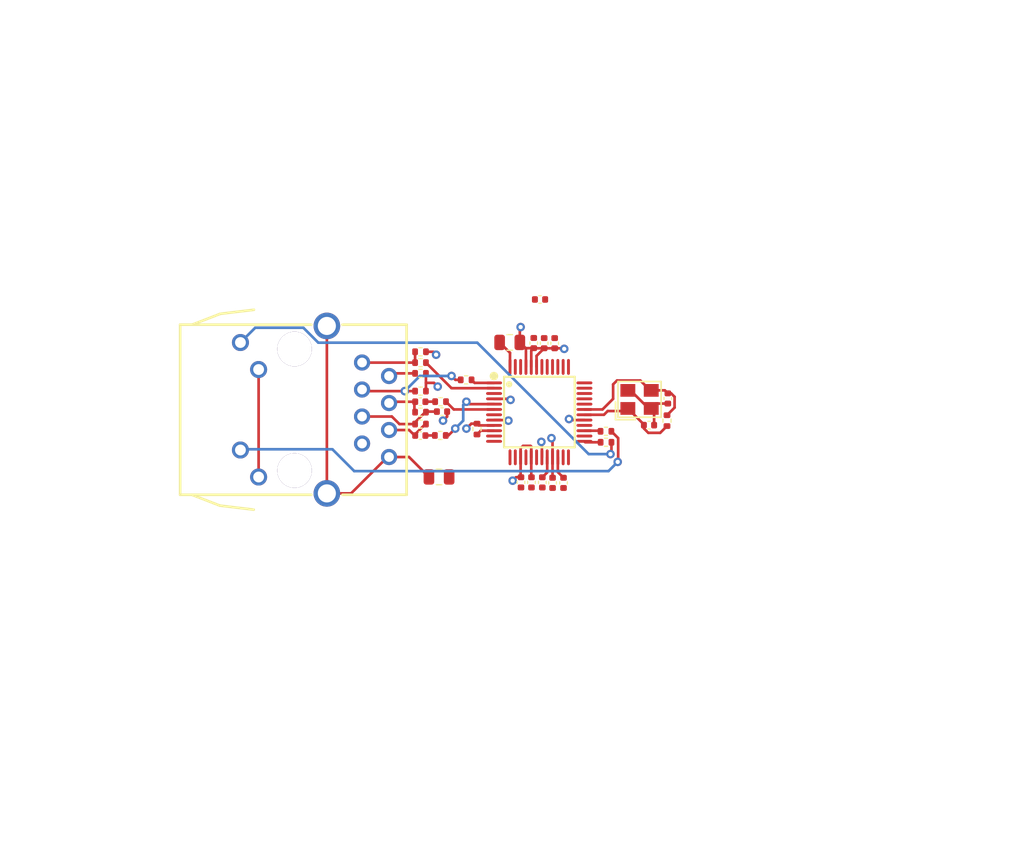
<source format=kicad_pcb>
(kicad_pcb (version 20240108) (generator "pcbnew") (generator_version "8.0")
  (layers (0 "F.Cu" signal) (31 "B.Cu" signal) (34 "B.Paste" user) (35 "F.Paste" user) (36 "B.SilkS" user "B.Silkscreen") (37 "F.SilkS" user "F.Silkscreen") (38 "B.Mask" user) (39 "F.Mask" user) (44 "Edge.Cuts" user))
  (net 0 "")
  (net 1 "tct")
  (net 2 "lled_minus")
  (net 3 "vcc")
  (net 4 "rd_plus")
  (net 5 "rd_minus")
  (net 6 "cgnd")
  (net 7 "td_plus")
  (net 8 "td_minus")
  (net 9 "rct")
  (net 10 "rled_minus")
  (net 11 "linkled")
  (net 12 "actled")
  (net 13 "txp")
  (net 14 "txn")
  (net 15 "rx_minus_damping-vcc")
  (net 16 "rxn")
  (net 17 "rx_plus_damping-vcc")
  (net 18 "rxp")
  (net 19 "exres1")
  (net 20 "gnd-1")
  (net 21 "xi_slash_clkin")
  (net 22 "xo")
  (net 23 "mosi")
  (net 24 "cs")
  (net 25 "sck")
  (net 26 "nc")
  (net 27 "rsvd")
  (net 28 "_1v2o")
  (net 29 "miso")
  (net 30 "tocap")
  (net 31 "dupled")
  (net 32 "interrupt")
  (net 33 "dnc")
  (net 34 "vbg")
  (net 35 "reset")
  (net 36 "spdled")
  (net 37 "oscillator-gnd")
  (footprint "lib:C0402" (layer "F.Cu") (at 101.563575 69.755 180)
    (property "Reference" "C3" (hide yes))
    (property "Value" "50V 6.8nF X7R ±10% 0402 Multilayer Ceramic Capacitors MLCC - SMD/SMT ROHS")
    (fp_line (start -0.107836 0.36) (end 0.107836 0.36) (stroke (width 0.12)) (layer "F.SilkS"))
    (fp_line (start -0.107836 -0.36) (end 0.107836 -0.36) (stroke (width 0.12)) (layer "F.SilkS"))
    (pad "1" smd roundrect (at -0.48 0 180) (size 0.56 0.62) (layers "F.Cu" "F.Paste" "F.Mask") (net 15 "rx_minus_damping-vcc"))
    (pad "2" smd roundrect (at 0.48 0 180) (size 0.56 0.62) (layers "F.Cu" "F.Paste" "F.Mask") (net 5 "rd_minus"))
  )
  (footprint "lib:R0402" (layer "F.Cu") (at 101.583575 65.575 180)
    (property "Reference" "R6" (hide yes))
    (property "Value" "62.5mW Thick Film Resistors 50V ±100ppm/℃ ±1% 49.9Ω 0402 Chip Resistor - Surface Mount ROHS")
    (fp_line (start -0.153641 0.38) (end 0.153641 0.38) (stroke (width 0.12)) (layer "F.SilkS"))
    (fp_line (start -0.153641 -0.38) (end 0.153641 -0.38) (stroke (width 0.12)) (layer "F.SilkS"))
    (pad "1" smd roundrect (at -0.51 0 180) (size 0.54 0.64) (layers "F.Cu" "F.Paste" "F.Mask") (net 3 "vcc"))
    (pad "2" smd roundrect (at 0.51 0 180) (size 0.54 0.64) (layers "F.Cu" "F.Paste" "F.Mask") (net 8 "td_minus"))
  )
  (footprint "lib:C0402" (layer "F.Cu") (at 114.201634 61.067987 90)
    (property "Reference" "C11" (hide yes))
    (property "Value" "16V 100nF X7R ±10% 0402 Multilayer Ceramic Capacitors MLCC - SMD/SMT ROHS")
    (fp_line (start -0.107836 -0.36) (end 0.107836 -0.36) (stroke (width 0.12)) (layer "F.SilkS"))
    (fp_line (start -0.107836 0.36) (end 0.107836 0.36) (stroke (width 0.12)) (layer "F.SilkS"))
    (pad "1" smd roundrect (at -0.48 0 90) (size 0.56 0.62) (layers "F.Cu" "F.Paste" "F.Mask") (net 3 "vcc"))
    (pad "2" smd roundrect (at 0.48 0 90) (size 0.56 0.62) (layers "F.Cu" "F.Paste" "F.Mask") (net 20 "gnd-1"))
  )
  (footprint "lib:R0402" (layer "F.Cu") (at 101.583575 62.895 180)
    (property "Reference" "R3" (hide yes))
    (property "Value" "62.5mW Thick Film Resistors 50V ±100ppm/℃ ±1% 33Ω 0402 Chip Resistor - Surface Mount ROHS")
    (fp_line (start -0.153641 0.38) (end 0.153641 0.38) (stroke (width 0.12)) (layer "F.SilkS"))
    (fp_line (start -0.153641 -0.38) (end 0.153641 -0.38) (stroke (width 0.12)) (layer "F.SilkS"))
    (pad "1" smd roundrect (at -0.51 0 180) (size 0.54 0.64) (layers "F.Cu" "F.Paste" "F.Mask") (net 13 "txp"))
    (pad "2" smd roundrect (at 0.51 0 180) (size 0.54 0.64) (layers "F.Cu" "F.Paste" "F.Mask") (net 7 "td_plus"))
  )
  (footprint "lib:LQFP-48_L7.0-W7.0-P0.50-LS9.0-BL" (layer "F.Cu") (at 112.75 67.55 -90)
    (property "Reference" "U1" (hide yes))
    (property "Value" "?")
    (fp_line (start -3.32 3.31) (end -3.32 -3.34) (stroke (width 0.2)) (layer "F.SilkS"))
    (fp_line (start 3.31 3.31) (end -3.32 3.31) (stroke (width 0.2)) (layer "F.SilkS"))
    (fp_line (start -3.32 -3.34) (end -2.56 -3.34) (stroke (width 0.2)) (layer "F.SilkS"))
    (fp_line (start -2.89 -3.34) (end 3.31 -3.34) (stroke (width 0.2)) (layer "F.SilkS"))
    (fp_line (start 3.31 -3.34) (end 3.31 3.31) (stroke (width 0.2)) (layer "F.SilkS"))
    (fp_arc (start -3.38 4.06) (mid -3.394988 4.460188) (end -3.390027 4.05975) (stroke (width 0.4)) (layer "F.SilkS"))
    (fp_circle (center -2.62 2.83) (end -2.45 2.83) (stroke (width 0.25)) (fill none) (layer "F.SilkS"))
    (pad "1" smd oval (at -2.75 4.25 270) (size 0.27 1.5) (layers "F.Cu" "F.Paste" "F.Mask") (net 14 "txn"))
    (pad "2" smd oval (at -2.25 4.25 270) (size 0.27 1.5) (layers "F.Cu" "F.Paste" "F.Mask") (net 13 "txp"))
    (pad "3" smd oval (at -1.75 4.25 270) (size 0.27 1.5) (layers "F.Cu" "F.Paste" "F.Mask") (net 20 "gnd-1"))
    (pad "4" smd oval (at -1.25 4.25 270) (size 0.27 1.5) (layers "F.Cu" "F.Paste" "F.Mask") (net 3 "vcc"))
    (pad "5" smd oval (at -0.75 4.25 270) (size 0.27 1.5) (layers "F.Cu" "F.Paste" "F.Mask") (net 16 "rxn"))
    (pad "6" smd oval (at -0.25 4.25 270) (size 0.27 1.5) (layers "F.Cu" "F.Paste" "F.Mask") (net 18 "rxp"))
    (pad "7" smd oval (at 0.25 4.25 270) (size 0.27 1.5) (layers "F.Cu" "F.Paste" "F.Mask") (net 33 "dnc"))
    (pad "8" smd oval (at 0.75 4.25 270) (size 0.27 1.5) (layers "F.Cu" "F.Paste" "F.Mask") (net 3 "vcc"))
    (pad "9" smd oval (at 1.25 4.25 270) (size 0.27 1.5) (layers "F.Cu" "F.Paste" "F.Mask") (net 20 "gnd-1"))
    (pad "10" smd oval (at 1.75 4.25 270) (size 0.27 1.5) (layers "F.Cu" "F.Paste" "F.Mask") (net 19 "exres1"))
    (pad "11" smd oval (at 2.25 4.25 270) (size 0.27 1.5) (layers "F.Cu" "F.Paste" "F.Mask") (net 3 "vcc"))
    (pad "12" smd oval (at 2.75 4.25 270) (size 0.27 1.5) (layers "F.Cu" "F.Paste" "F.Mask") (net 26 "nc"))
    (pad "13" smd oval (at 4.25 2.75 270) (size 1.5 0.27) (layers "F.Cu" "F.Paste" "F.Mask") (net 26 "nc"))
    (pad "14" smd oval (at 4.25 2.25 270) (size 1.5 0.27) (layers "F.Cu" "F.Paste" "F.Mask") (net 20 "gnd-1"))
    (pad "15" smd oval (at 4.25 1.75 270) (size 1.5 0.27) (layers "F.Cu" "F.Paste" "F.Mask") (net 3 "vcc"))
    (pad "16" smd oval (at 4.25 1.25 270) (size 1.5 0.27) (layers "F.Cu" "F.Paste" "F.Mask") (net 20 "gnd-1"))
    (pad "17" smd oval (at 4.25 0.75 270) (size 1.5 0.27) (layers "F.Cu" "F.Paste" "F.Mask") (net 3 "vcc"))
    (pad "18" smd oval (at 4.25 0.25 270) (size 1.5 0.27) (layers "F.Cu" "F.Paste" "F.Mask") (net 34 "vbg"))
    (pad "19" smd oval (at 4.25 -0.25 270) (size 1.5 0.27) (layers "F.Cu" "F.Paste" "F.Mask") (net 20 "gnd-1"))
    (pad "20" smd oval (at 4.25 -0.75 270) (size 1.5 0.27) (layers "F.Cu" "F.Paste" "F.Mask") (net 30 "tocap"))
    (pad "21" smd oval (at 4.25 -1.25 270) (size 1.5 0.27) (layers "F.Cu" "F.Paste" "F.Mask") (net 3 "vcc"))
    (pad "22" smd oval (at 4.25 -1.75 270) (size 1.5 0.27) (layers "F.Cu" "F.Paste" "F.Mask") (net 28 "_1v2o"))
    (pad "23" smd oval (at 4.25 -2.25 270) (size 1.5 0.27) (layers "F.Cu" "F.Paste" "F.Mask") (net 27 "rsvd"))
    (pad "24" smd oval (at 4.25 -2.75 270) (size 1.5 0.27) (layers "F.Cu" "F.Paste" "F.Mask") (net 36 "spdled"))
    (pad "25" smd oval (at 2.75 -4.25 270) (size 0.27 1.5) (layers "F.Cu" "F.Paste" "F.Mask") (net 11 "linkled"))
    (pad "26" smd oval (at 2.25 -4.25 270) (size 0.27 1.5) (layers "F.Cu" "F.Paste" "F.Mask") (net 31 "dupled"))
    (pad "27" smd oval (at 1.75 -4.25 270) (size 0.27 1.5) (layers "F.Cu" "F.Paste" "F.Mask") (net 12 "actled"))
    (pad "28" smd oval (at 1.25 -4.25 270) (size 0.27 1.5) (layers "F.Cu" "F.Paste" "F.Mask") (net 3 "vcc"))
    (pad "29" smd oval (at 0.75 -4.25 270) (size 0.27 1.5) (layers "F.Cu" "F.Paste" "F.Mask") (net 20 "gnd-1"))
    (pad "30" smd oval (at 0.25 -4.25 270) (size 0.27 1.5) (layers "F.Cu" "F.Paste" "F.Mask") (net 21 "xi_slash_clkin"))
    (pad "31" smd oval (at -0.25 -4.25 270) (size 0.27 1.5) (layers "F.Cu" "F.Paste" "F.Mask") (net 22 "xo"))
    (pad "32" smd oval (at -0.75 -4.25 270) (size 0.27 1.5) (layers "F.Cu" "F.Paste" "F.Mask") (net 24 "cs"))
    (pad "33" smd oval (at -1.25 -4.25 270) (size 0.27 1.5) (layers "F.Cu" "F.Paste" "F.Mask") (net 25 "sck"))
    (pad "34" smd oval (at -1.75 -4.25 270) (size 0.27 1.5) (layers "F.Cu" "F.Paste" "F.Mask") (net 29 "miso"))
    (pad "35" smd oval (at -2.25 -4.25 270) (size 0.27 1.5) (layers "F.Cu" "F.Paste" "F.Mask") (net 23 "mosi"))
    (pad "36" smd oval (at -2.75 -4.25 270) (size 0.27 1.5) (layers "F.Cu" "F.Paste" "F.Mask") (net 32 "interrupt"))
    (pad "37" smd oval (at -4.25 -2.75 270) (size 1.5 0.27) (layers "F.Cu" "F.Paste" "F.Mask") (net 35 "reset"))
    (pad "38" smd oval (at -4.25 -2.25 270) (size 1.5 0.27) (layers "F.Cu" "F.Paste" "F.Mask") (net 27 "rsvd"))
    (pad "39" smd oval (at -4.25 -1.75 270) (size 1.5 0.27) (layers "F.Cu" "F.Paste" "F.Mask") (net 27 "rsvd"))
    (pad "40" smd oval (at -4.25 -1.25 270) (size 1.5 0.27) (layers "F.Cu" "F.Paste" "F.Mask") (net 27 "rsvd"))
    (pad "41" smd oval (at -4.25 -0.75 270) (size 1.5 0.27) (layers "F.Cu" "F.Paste" "F.Mask") (net 27 "rsvd"))
    (pad "42" smd oval (at -4.25 -0.25 270) (size 1.5 0.27) (layers "F.Cu" "F.Paste" "F.Mask") (net 27 "rsvd"))
    (pad "43" smd oval (at -4.25 0.25 270) (size 1.5 0.27) (layers "F.Cu" "F.Paste" "F.Mask") (net 3 "vcc"))
    (pad "44" smd oval (at -4.25 0.75 270) (size 1.5 0.27) (layers "F.Cu" "F.Paste" "F.Mask") (net 3 "vcc"))
    (pad "45" smd oval (at -4.25 1.25 270) (size 1.5 0.27) (layers "F.Cu" "F.Paste" "F.Mask") (net 3 "vcc"))
    (pad "46" smd oval (at -4.25 1.75 270) (size 1.5 0.27) (layers "F.Cu" "F.Paste" "F.Mask") (net 26 "nc"))
    (pad "47" smd oval (at -4.25 2.25 270) (size 1.5 0.27) (layers "F.Cu" "F.Paste" "F.Mask") (net 26 "nc"))
    (pad "48" smd oval (at -4.25 2.75 270) (size 1.5 0.27) (layers "F.Cu" "F.Paste" "F.Mask") (net 20 "gnd-1"))
  )
  (footprint "lib:R0402" (layer "F.Cu") (at 101.583575 63.905 180)
    (property "Reference" "R7" (hide yes))
    (property "Value" "62.5mW Thick Film Resistors 50V ±1% ±200ppm/℃ 10Ω 0402 Chip Resistor - Surface Mount ROHS")
    (fp_line (start -0.153641 0.38) (end 0.153641 0.38) (stroke (width 0.12)) (layer "F.SilkS"))
    (fp_line (start -0.153641 -0.38) (end 0.153641 -0.38) (stroke (width 0.12)) (layer "F.SilkS"))
    (pad "1" smd roundrect (at -0.51 0 180) (size 0.54 0.64) (layers "F.Cu" "F.Paste" "F.Mask") (net 3 "vcc"))
    (pad "2" smd roundrect (at 0.51 0 180) (size 0.54 0.64) (layers "F.Cu" "F.Paste" "F.Mask") (net 1 "tct"))
  )
  (footprint "lib:C0402" (layer "F.Cu") (at 123.075 68.775)
    (property "Reference" "C15" (hide yes))
    (property "Value" "50V 10pF C0G ±5% 0402 Multilayer Ceramic Capacitors MLCC - SMD/SMT ROHS")
    (fp_line (start -0.107836 -0.36) (end 0.107836 -0.36) (stroke (width 0.12)) (layer "F.SilkS"))
    (fp_line (start -0.107836 0.36) (end 0.107836 0.36) (stroke (width 0.12)) (layer "F.SilkS"))
    (pad "1" smd roundrect (at -0.48 0) (size 0.56 0.62) (layers "F.Cu" "F.Paste" "F.Mask") (net 21 "xi_slash_clkin"))
    (pad "2" smd roundrect (at 0.48 0) (size 0.56 0.62) (layers "F.Cu" "F.Paste" "F.Mask") (net 37 "oscillator-gnd"))
  )
  (footprint "lib:R0402" (layer "F.Cu") (at 105.875 64.515 180)
    (property "Reference" "R4" (hide yes))
    (property "Value" "62.5mW Thick Film Resistors 50V ±100ppm/℃ ±1% 33Ω 0402 Chip Resistor - Surface Mount ROHS")
    (fp_line (start -0.153641 0.38) (end 0.153641 0.38) (stroke (width 0.12)) (layer "F.SilkS"))
    (fp_line (start -0.153641 -0.38) (end 0.153641 -0.38) (stroke (width 0.12)) (layer "F.SilkS"))
    (pad "1" smd roundrect (at -0.51 0 180) (size 0.54 0.64) (layers "F.Cu" "F.Paste" "F.Mask") (net 14 "txn"))
    (pad "2" smd roundrect (at 0.51 0 180) (size 0.54 0.64) (layers "F.Cu" "F.Paste" "F.Mask") (net 8 "td_minus"))
  )
  (footprint "lib:R0402" (layer "F.Cu") (at 103.445 69.745 180)
    (property "Reference" "R8" (hide yes))
    (property "Value" "62.5mW Thick Film Resistors 50V ±100ppm/℃ ±1% 33Ω 0402 Chip Resistor - Surface Mount ROHS")
    (fp_line (start -0.153641 0.38) (end 0.153641 0.38) (stroke (width 0.12)) (layer "F.SilkS"))
    (fp_line (start -0.153641 -0.38) (end 0.153641 -0.38) (stroke (width 0.12)) (layer "F.SilkS"))
    (pad "1" smd roundrect (at -0.51 0 180) (size 0.54 0.64) (layers "F.Cu" "F.Paste" "F.Mask") (net 16 "rxn"))
    (pad "2" smd roundrect (at 0.51 0 180) (size 0.54 0.64) (layers "F.Cu" "F.Paste" "F.Mask") (net 15 "rx_minus_damping-vcc"))
  )
  (footprint "lib:R0402" (layer "F.Cu") (at 119.025 69.355)
    (property "Reference" "R2" (hide yes))
    (property "Value" "62.5mW Thick Film Resistors 50V ±100ppm/℃ ±1% 200Ω 0402 Chip Resistor - Surface Mount ROHS")
    (fp_line (start -0.153641 -0.38) (end 0.153641 -0.38) (stroke (width 0.12)) (layer "F.SilkS"))
    (fp_line (start -0.153641 0.38) (end 0.153641 0.38) (stroke (width 0.12)) (layer "F.SilkS"))
    (pad "1" smd roundrect (at -0.51 0) (size 0.54 0.64) (layers "F.Cu" "F.Paste" "F.Mask") (net 12 "actled"))
    (pad "2" smd roundrect (at 0.51 0) (size 0.54 0.64) (layers "F.Cu" "F.Paste" "F.Mask") (net 10 "rled_minus"))
  )
  (footprint "lib:RJ45-TH_J1B1211CCD" (layer "F.Cu") (at 91.635 67.325 -90)
    (property "Reference" "U2" (hide yes))
    (property "Value" "?")
    (fp_line (start 8 12.66) (end -8 12.66) (stroke (width 0.25)) (layer "F.SilkS"))
    (fp_line (start 8 11.56) (end 9.02 8.92) (stroke (width 0.25)) (layer "F.SilkS"))
    (fp_line (start -8 11.53) (end -9.02 8.89) (stroke (width 0.25)) (layer "F.SilkS"))
    (fp_line (start 9.02 8.92) (end 9.4 5.74) (stroke (width 0.25)) (layer "F.SilkS"))
    (fp_line (start -9.02 8.89) (end -9.4 5.72) (stroke (width 0.25)) (layer "F.SilkS"))
    (fp_line (start -8 0.32) (end -8 12.66) (stroke (width 0.25)) (layer "F.SilkS"))
    (fp_line (start 8 0.32) (end 8 12.66) (stroke (width 0.25)) (layer "F.SilkS"))
    (fp_line (start -8 -8.64) (end -8 -2.61) (stroke (width 0.25)) (layer "F.SilkS"))
    (fp_line (start 8 -8.64) (end 8 -2.61) (stroke (width 0.25)) (layer "F.SilkS"))
    (fp_line (start 8 -8.64) (end -8 -8.64) (stroke (width 0.25)) (layer "F.SilkS"))
    (pad "" thru_hole circle (at -5.71 1.9 270) (size 3.25 3.25) (drill 3.25) (layers "*.Cu" "*.Mask"))
    (pad "" thru_hole circle (at 5.72 1.9 270) (size 3.25 3.25) (drill 3.25) (layers "*.Cu" "*.Mask"))
    (pad "1" thru_hole circle (at -4.44 -4.45 270) (size 1.52 1.52) (drill 0.9144) (layers "*.Cu" "*.Mask") (net 7 "td_plus"))
    (pad "2" thru_hole circle (at -3.17 -6.99 270) (size 1.52 1.52) (drill 0.9144) (layers "*.Cu" "*.Mask") (net 1 "tct"))
    (pad "3" thru_hole circle (at -1.9 -4.45 270) (size 1.52 1.52) (drill 0.9144) (layers "*.Cu" "*.Mask") (net 8 "td_minus"))
    (pad "4" thru_hole circle (at -0.63 -6.99 270) (size 1.52 1.52) (drill 0.9144) (layers "*.Cu" "*.Mask") (net 4 "rd_plus"))
    (pad "5" thru_hole circle (at 0.64 -4.45 270) (size 1.52 1.52) (drill 0.9144) (layers "*.Cu" "*.Mask") (net 9 "rct"))
    (pad "6" thru_hole circle (at 1.91 -6.99 270) (size 1.52 1.52) (drill 0.9144) (layers "*.Cu" "*.Mask") (net 5 "rd_minus"))
    (pad "7" thru_hole circle (at 3.18 -4.45 270) (size 1.52 1.52) (drill 0.9144) (layers "*.Cu" "*.Mask"))
    (pad "8" thru_hole circle (at 4.45 -6.99 270) (size 1.52 1.52) (drill 0.9144) (layers "*.Cu" "*.Mask") (net 6 "cgnd"))
    (pad "9" thru_hole circle (at -6.32 6.99 270) (size 1.6 1.6) (drill 1.020013) (layers "*.Cu" "*.Mask") (net 2 "lled_minus"))
    (pad "10" thru_hole circle (at -3.78 5.28 270) (size 1.6 1.6) (drill 1.020013) (layers "*.Cu" "*.Mask") (net 3 "vcc"))
    (pad "11" thru_hole circle (at 3.79 6.99 270) (size 1.6 1.6) (drill 1.020013) (layers "*.Cu" "*.Mask") (net 10 "rled_minus"))
    (pad "12" thru_hole circle (at 6.33 5.28 270) (size 1.6 1.6) (drill 1.020013) (layers "*.Cu" "*.Mask") (net 3 "vcc"))
    (pad "13" thru_hole circle (at -7.88 -1.14 270) (size 2.5 2.5) (drill 1.700022) (layers "*.Cu" "*.Mask") (net 6 "cgnd"))
    (pad "14" thru_hole circle (at 7.87 -1.14 270) (size 2.5 2.5) (drill 1.700022) (layers "*.Cu" "*.Mask") (net 6 "cgnd"))
  )
  (footprint "lib:R0402" (layer "F.Cu") (at 103.470125 66.567682 180)
    (property "Reference" "R9" (hide yes))
    (property "Value" "62.5mW Thick Film Resistors 50V ±100ppm/℃ ±1% 33Ω 0402 Chip Resistor - Surface Mount ROHS")
    (fp_line (start -0.153641 0.38) (end 0.153641 0.38) (stroke (width 0.12)) (layer "F.SilkS"))
    (fp_line (start -0.153641 -0.38) (end 0.153641 -0.38) (stroke (width 0.12)) (layer "F.SilkS"))
    (pad "1" smd roundrect (at -0.51 0 180) (size 0.54 0.64) (layers "F.Cu" "F.Paste" "F.Mask") (net 18 "rxp"))
    (pad "2" smd roundrect (at 0.51 0 180) (size 0.54 0.64) (layers "F.Cu" "F.Paste" "F.Mask") (net 17 "rx_plus_damping-vcc"))
  )
  (footprint "lib:C0402" (layer "F.Cu") (at 114.005 74.205 -90)
    (property "Reference" "C13" (hide yes))
    (property "Value" "16V 100nF X7R ±10% 0402 Multilayer Ceramic Capacitors MLCC - SMD/SMT ROHS")
    (fp_line (start -0.107836 0.36) (end 0.107836 0.36) (stroke (width 0.12)) (layer "F.SilkS"))
    (fp_line (start -0.107836 -0.36) (end 0.107836 -0.36) (stroke (width 0.12)) (layer "F.SilkS"))
    (pad "1" smd roundrect (at -0.48 0 270) (size 0.56 0.62) (layers "F.Cu" "F.Paste" "F.Mask") (net 3 "vcc"))
    (pad "2" smd roundrect (at 0.48 0 270) (size 0.56 0.62) (layers "F.Cu" "F.Paste" "F.Mask") (net 20 "gnd-1"))
  )
  (footprint "lib:C0402" (layer "F.Cu") (at 113.215 61.065 90)
    (property "Reference" "C8" (hide yes))
    (property "Value" "16V 100nF X7R ±10% 0402 Multilayer Ceramic Capacitors MLCC - SMD/SMT ROHS")
    (fp_line (start -0.107836 -0.36) (end 0.107836 -0.36) (stroke (width 0.12)) (layer "F.SilkS"))
    (fp_line (start -0.107836 0.36) (end 0.107836 0.36) (stroke (width 0.12)) (layer "F.SilkS"))
    (pad "1" smd roundrect (at -0.48 0 90) (size 0.56 0.62) (layers "F.Cu" "F.Paste" "F.Mask") (net 3 "vcc"))
    (pad "2" smd roundrect (at 0.48 0 90) (size 0.56 0.62) (layers "F.Cu" "F.Paste" "F.Mask") (net 20 "gnd-1"))
  )
  (footprint "lib:R0402" (layer "F.Cu") (at 106.895 69.145 90)
    (property "Reference" "R12" (hide yes))
    (property "Value" "62.5mW Thick Film Resistors 50V ±100ppm/℃ ±1% 12.4kΩ 0402 Chip Resistor - Surface Mount ROHS")
    (fp_line (start -0.153641 -0.38) (end 0.153641 -0.38) (stroke (width 0.12)) (layer "F.SilkS"))
    (fp_line (start -0.153641 0.38) (end 0.153641 0.38) (stroke (width 0.12)) (layer "F.SilkS"))
    (pad "1" smd roundrect (at -0.51 0 90) (size 0.54 0.64) (layers "F.Cu" "F.Paste" "F.Mask") (net 19 "exres1"))
    (pad "2" smd roundrect (at 0.51 0 90) (size 0.54 0.64) (layers "F.Cu" "F.Paste" "F.Mask") (net 20 "gnd-1"))
  )
  (footprint "lib:R0402" (layer "F.Cu") (at 101.583575 61.875546 180)
    (property "Reference" "R5" (hide yes))
    (property "Value" "62.5mW Thick Film Resistors 50V ±100ppm/℃ ±1% 49.9Ω 0402 Chip Resistor - Surface Mount ROHS")
    (fp_line (start -0.153641 0.38) (end 0.153641 0.38) (stroke (width 0.12)) (layer "F.SilkS"))
    (fp_line (start -0.153641 -0.38) (end 0.153641 -0.38) (stroke (width 0.12)) (layer "F.SilkS"))
    (pad "1" smd roundrect (at -0.51 0 180) (size 0.54 0.64) (layers "F.Cu" "F.Paste" "F.Mask") (net 3 "vcc"))
    (pad "2" smd roundrect (at 0.51 0 180) (size 0.54 0.64) (layers "F.Cu" "F.Paste" "F.Mask") (net 7 "td_plus"))
  )
  (footprint "lib:R0402" (layer "F.Cu") (at 101.583575 68.675 180)
    (property "Reference" "R10" (hide yes))
    (property "Value" "62.5mW Thick Film Resistors 50V ±100ppm/℃ ±1% 49.9Ω 0402 Chip Resistor - Surface Mount ROHS")
    (fp_line (start -0.153641 0.38) (end 0.153641 0.38) (stroke (width 0.12)) (layer "F.SilkS"))
    (fp_line (start -0.153641 -0.38) (end 0.153641 -0.38) (stroke (width 0.12)) (layer "F.SilkS"))
    (pad "1" smd roundrect (at -0.51 0 180) (size 0.54 0.64) (layers "F.Cu" "F.Paste" "F.Mask") (net 5 "rd_minus"))
    (pad "2" smd roundrect (at 0.51 0 180) (size 0.54 0.64) (layers "F.Cu" "F.Paste" "F.Mask") (net 9 "rct"))
  )
  (footprint "lib:R0402" (layer "F.Cu") (at 101.583575 67.550822)
    (property "Reference" "R11" (hide yes))
    (property "Value" "62.5mW Thick Film Resistors 50V ±100ppm/℃ ±1% 49.9Ω 0402 Chip Resistor - Surface Mount ROHS")
    (fp_line (start -0.153641 -0.38) (end 0.153641 -0.38) (stroke (width 0.12)) (layer "F.SilkS"))
    (fp_line (start -0.153641 0.38) (end 0.153641 0.38) (stroke (width 0.12)) (layer "F.SilkS"))
    (pad "1" smd roundrect (at -0.51 0) (size 0.54 0.64) (layers "F.Cu" "F.Paste" "F.Mask") (net 4 "rd_plus"))
    (pad "2" smd roundrect (at 0.51 0) (size 0.54 0.64) (layers "F.Cu" "F.Paste" "F.Mask") (net 9 "rct"))
  )
  (footprint "lib:C0805" (layer "F.Cu") (at 109.975 60.995 180)
    (property "Reference" "C14" (hide yes))
    (property "Value" "25V 10uF X5R ±10% 0805 Multilayer Ceramic Capacitors MLCC - SMD/SMT ROHS")
    (fp_line (start -0.261252 0.735) (end 0.261252 0.735) (stroke (width 0.12)) (layer "F.SilkS"))
    (fp_line (start -0.261252 -0.735) (end 0.261252 -0.735) (stroke (width 0.12)) (layer "F.SilkS"))
    (pad "1" smd roundrect (at -0.95 0 180) (size 1 1.45) (layers "F.Cu" "F.Paste" "F.Mask") (net 3 "vcc"))
    (pad "2" smd roundrect (at 0.95 0 180) (size 1 1.45) (layers "F.Cu" "F.Paste" "F.Mask") (net 20 "gnd-1"))
  )
  (footprint "lib:R0402" (layer "F.Cu") (at 119.03304 70.387562)
    (property "Reference" "R1" (hide yes))
    (property "Value" "62.5mW Thick Film Resistors 50V ±100ppm/℃ ±1% 200Ω 0402 Chip Resistor - Surface Mount ROHS")
    (fp_line (start -0.153641 -0.38) (end 0.153641 -0.38) (stroke (width 0.12)) (layer "F.SilkS"))
    (fp_line (start -0.153641 0.38) (end 0.153641 0.38) (stroke (width 0.12)) (layer "F.SilkS"))
    (pad "1" smd roundrect (at -0.51 0) (size 0.54 0.64) (layers "F.Cu" "F.Paste" "F.Mask") (net 11 "linkled"))
    (pad "2" smd roundrect (at 0.51 0) (size 0.54 0.64) (layers "F.Cu" "F.Paste" "F.Mask") (net 2 "lled_minus"))
  )
  (footprint "lib:R0402" (layer "F.Cu") (at 124.766791 68.351886 90)
    (property "Reference" "R13" (hide yes))
    (property "Value" "62.5mW Thick Film Resistors 50V ±100ppm/℃ ±1% 1MΩ 0402 Chip Resistor - Surface Mount ROHS")
    (fp_line (start -0.153641 -0.38) (end 0.153641 -0.38) (stroke (width 0.12)) (layer "F.SilkS"))
    (fp_line (start -0.153641 0.38) (end 0.153641 0.38) (stroke (width 0.12)) (layer "F.SilkS"))
    (pad "1" smd roundrect (at -0.51 0 90) (size 0.54 0.64) (layers "F.Cu" "F.Paste" "F.Mask") (net 21 "xi_slash_clkin"))
    (pad "2" smd roundrect (at 0.51 0 90) (size 0.54 0.64) (layers "F.Cu" "F.Paste" "F.Mask") (net 22 "xo"))
  )
  (footprint "lib:C0402" (layer "F.Cu") (at 103.605125 67.502682)
    (property "Reference" "C5" (hide yes))
    (property "Value" "50V 10nF X7R ±10% 0402 Multilayer Ceramic Capacitors MLCC - SMD/SMT ROHS")
    (fp_line (start -0.107836 -0.36) (end 0.107836 -0.36) (stroke (width 0.12)) (layer "F.SilkS"))
    (fp_line (start -0.107836 0.36) (end 0.107836 0.36) (stroke (width 0.12)) (layer "F.SilkS"))
    (pad "1" smd roundrect (at -0.48 0) (size 0.56 0.62) (layers "F.Cu" "F.Paste" "F.Mask") (net 9 "rct"))
    (pad "2" smd roundrect (at 0.48 0) (size 0.56 0.62) (layers "F.Cu" "F.Paste" "F.Mask") (net 20 "gnd-1"))
  )
  (footprint "lib:C0805" (layer "F.Cu") (at 103.325 73.645)
    (property "Reference" "C1" (hide yes))
    (property "Value" "50V 1nF X7R ±10% 0805 Multilayer Ceramic Capacitors MLCC - SMD/SMT ROHS")
    (fp_line (start -0.261252 -0.735) (end 0.261252 -0.735) (stroke (width 0.12)) (layer "F.SilkS"))
    (fp_line (start -0.261252 0.735) (end 0.261252 0.735) (stroke (width 0.12)) (layer "F.SilkS"))
    (pad "1" smd roundrect (at -0.95 0) (size 1 1.45) (layers "F.Cu" "F.Paste" "F.Mask") (net 6 "cgnd"))
    (pad "2" smd roundrect (at 0.95 0) (size 1 1.45) (layers "F.Cu" "F.Paste" "F.Mask") (net 20 "gnd-1"))
  )
  (footprint "lib:C0402" (layer "F.Cu") (at 112.825 56.955)
    (property "Reference" "C2" (hide yes))
    (property "Value" "50V 22nF X7R ±10% 0402 Multilayer Ceramic Capacitors MLCC - SMD/SMT ROHS")
    (fp_line (start -0.107836 -0.36) (end 0.107836 -0.36) (stroke (width 0.12)) (layer "F.SilkS"))
    (fp_line (start -0.107836 0.36) (end 0.107836 0.36) (stroke (width 0.12)) (layer "F.SilkS"))
    (pad "1" smd roundrect (at -0.48 0) (size 0.56 0.62) (layers "F.Cu" "F.Paste" "F.Mask") (net 1 "tct"))
    (pad "2" smd roundrect (at 0.48 0) (size 0.56 0.62) (layers "F.Cu" "F.Paste" "F.Mask") (net 20 "gnd-1"))
  )
  (footprint "lib:C0402" (layer "F.Cu") (at 113.041337 74.159466 -90)
    (property "Reference" "C7" (hide yes))
    (property "Value" "10V 4.7uF X5R ±20% 0402 Multilayer Ceramic Capacitors MLCC - SMD/SMT ROHS")
    (fp_line (start -0.107836 0.36) (end 0.107836 0.36) (stroke (width 0.12)) (layer "F.SilkS"))
    (fp_line (start -0.107836 -0.36) (end 0.107836 -0.36) (stroke (width 0.12)) (layer "F.SilkS"))
    (pad "1" smd roundrect (at -0.48 0 270) (size 0.56 0.62) (layers "F.Cu" "F.Paste" "F.Mask") (net 30 "tocap"))
    (pad "2" smd roundrect (at 0.48 0 270) (size 0.56 0.62) (layers "F.Cu" "F.Paste" "F.Mask") (net 20 "gnd-1"))
  )
  (footprint "lib:CRYSTAL-SMD_4P-L3.2-W2.5-BL" (layer "F.Cu") (at 122.185 66.355)
    (property "Reference" "U3" (hide yes))
    (property "Value" "?")
    (fp_line (start -2.26 0.25) (end -2.26 1.91) (stroke (width 0.15)) (layer "F.SilkS"))
    (fp_line (start -2.26 1.91) (end -0.4 1.91) (stroke (width 0.15)) (layer "F.SilkS"))
    (fp_line (start -2.03 -1.68) (end 2.03 -1.68) (stroke (width 0.15)) (layer "F.SilkS"))
    (fp_line (start -2.03 1.68) (end -2.03 -1.68) (stroke (width 0.15)) (layer "F.SilkS"))
    (fp_line (start 2.03 -1.68) (end 2.03 1.68) (stroke (width 0.15)) (layer "F.SilkS"))
    (fp_line (start 2.03 1.68) (end -2.03 1.68) (stroke (width 0.15)) (layer "F.SilkS"))
    (pad "1" smd rect (at -1.1 0.85) (size 1.4 1.2) (layers "F.Cu" "F.Paste" "F.Mask") (net 21 "xi_slash_clkin"))
    (pad "2" smd rect (at 1.1 0.85) (size 1.4 1.2) (layers "F.Cu" "F.Paste" "F.Mask") (net 37 "oscillator-gnd"))
    (pad "3" smd rect (at 1.1 -0.85) (size 1.4 1.2) (layers "F.Cu" "F.Paste" "F.Mask") (net 22 "xo"))
    (pad "4" smd rect (at -1.1 -0.85) (size 1.4 1.2) (layers "F.Cu" "F.Paste" "F.Mask") (net 37 "oscillator-gnd"))
  )
  (footprint "lib:C0402" (layer "F.Cu") (at 111.033825 74.155907 -90)
    (property "Reference" "C9" (hide yes))
    (property "Value" "16V 100nF X7R ±10% 0402 Multilayer Ceramic Capacitors MLCC - SMD/SMT ROHS")
    (fp_line (start -0.107836 0.36) (end 0.107836 0.36) (stroke (width 0.12)) (layer "F.SilkS"))
    (fp_line (start -0.107836 -0.36) (end 0.107836 -0.36) (stroke (width 0.12)) (layer "F.SilkS"))
    (pad "1" smd roundrect (at -0.48 0 270) (size 0.56 0.62) (layers "F.Cu" "F.Paste" "F.Mask") (net 3 "vcc"))
    (pad "2" smd roundrect (at 0.48 0 270) (size 0.56 0.62) (layers "F.Cu" "F.Paste" "F.Mask") (net 20 "gnd-1"))
  )
  (footprint "lib:C0402" (layer "F.Cu") (at 112.019446 74.158947 -90)
    (property "Reference" "C10" (hide yes))
    (property "Value" "16V 100nF X7R ±10% 0402 Multilayer Ceramic Capacitors MLCC - SMD/SMT ROHS")
    (fp_line (start -0.107836 0.36) (end 0.107836 0.36) (stroke (width 0.12)) (layer "F.SilkS"))
    (fp_line (start -0.107836 -0.36) (end 0.107836 -0.36) (stroke (width 0.12)) (layer "F.SilkS"))
    (pad "1" smd roundrect (at -0.48 0 270) (size 0.56 0.62) (layers "F.Cu" "F.Paste" "F.Mask") (net 3 "vcc"))
    (pad "2" smd roundrect (at 0.48 0 270) (size 0.56 0.62) (layers "F.Cu" "F.Paste" "F.Mask") (net 20 "gnd-1"))
  )
  (footprint "lib:C0402" (layer "F.Cu") (at 115.035 74.205 -90)
    (property "Reference" "C6" (hide yes))
    (property "Value" "50V 10nF X7R ±10% 0402 Multilayer Ceramic Capacitors MLCC - SMD/SMT ROHS")
    (fp_line (start -0.107836 0.36) (end 0.107836 0.36) (stroke (width 0.12)) (layer "F.SilkS"))
    (fp_line (start -0.107836 -0.36) (end 0.107836 -0.36) (stroke (width 0.12)) (layer "F.SilkS"))
    (pad "1" smd roundrect (at -0.48 0 270) (size 0.56 0.62) (layers "F.Cu" "F.Paste" "F.Mask") (net 28 "_1v2o"))
    (pad "2" smd roundrect (at 0.48 0 270) (size 0.56 0.62) (layers "F.Cu" "F.Paste" "F.Mask") (net 20 "gnd-1"))
  )
  (footprint "lib:C0402" (layer "F.Cu") (at 101.563575 66.575 180)
    (property "Reference" "C4" (hide yes))
    (property "Value" "50V 6.8nF X7R ±10% 0402 Multilayer Ceramic Capacitors MLCC - SMD/SMT ROHS")
    (fp_line (start -0.107836 0.36) (end 0.107836 0.36) (stroke (width 0.12)) (layer "F.SilkS"))
    (fp_line (start -0.107836 -0.36) (end 0.107836 -0.36) (stroke (width 0.12)) (layer "F.SilkS"))
    (pad "1" smd roundrect (at -0.48 0 180) (size 0.56 0.62) (layers "F.Cu" "F.Paste" "F.Mask") (net 17 "rx_plus_damping-vcc"))
    (pad "2" smd roundrect (at 0.48 0 180) (size 0.56 0.62) (layers "F.Cu" "F.Paste" "F.Mask") (net 4 "rd_plus"))
  )
  (footprint "lib:C0402" (layer "F.Cu") (at 124.846602 66.265794 -90)
    (property "Reference" "C16" (hide yes))
    (property "Value" "50V 10pF C0G ±5% 0402 Multilayer Ceramic Capacitors MLCC - SMD/SMT ROHS")
    (fp_line (start -0.107836 0.36) (end 0.107836 0.36) (stroke (width 0.12)) (layer "F.SilkS"))
    (fp_line (start -0.107836 -0.36) (end 0.107836 -0.36) (stroke (width 0.12)) (layer "F.SilkS"))
    (pad "1" smd roundrect (at -0.48 0 270) (size 0.56 0.62) (layers "F.Cu" "F.Paste" "F.Mask") (net 22 "xo"))
    (pad "2" smd roundrect (at 0.48 0 270) (size 0.56 0.62) (layers "F.Cu" "F.Paste" "F.Mask") (net 37 "oscillator-gnd"))
  )
  (footprint "lib:C0402" (layer "F.Cu") (at 112.235 61.055 90)
    (property "Reference" "C12" (hide yes))
    (property "Value" "16V 100nF X7R ±10% 0402 Multilayer Ceramic Capacitors MLCC - SMD/SMT ROHS")
    (fp_line (start -0.107836 -0.36) (end 0.107836 -0.36) (stroke (width 0.12)) (layer "F.SilkS"))
    (fp_line (start -0.107836 0.36) (end 0.107836 0.36) (stroke (width 0.12)) (layer "F.SilkS"))
    (pad "1" smd roundrect (at -0.48 0 90) (size 0.56 0.62) (layers "F.Cu" "F.Paste" "F.Mask") (net 3 "vcc"))
    (pad "2" smd roundrect (at 0.48 0 90) (size 0.56 0.62) (layers "F.Cu" "F.Paste" "F.Mask") (net 20 "gnd-1"))
  )
  (segment (start 101.085 63.905) (end 98.875 63.905) (width 0.25) (layer "F.Cu") (net 1))
  (segment (start 98.875 63.905) (end 98.625 64.155) (width 0.25) (layer "F.Cu") (net 1))
  (segment (start 119.54304 71.40696) (end 119.45 71.5) (width 0.25) (layer "F.Cu") (net 2))
  (segment (start 119.54304 70.387562) (end 119.54304 71.40696) (width 0.25) (layer "F.Cu") (net 2))
  (via (at 119.45 71.5) (size 0.8) (drill 0.4) (layers "F.Cu" "B.Cu") (net 2))
  (segment (start 90.563427 59.615) (end 86.035 59.615) (width 0.25) (layer "B.Cu") (net 2))
  (segment (start 86.035 59.615) (end 84.645 61.005) (width 0.25) (layer "B.Cu") (net 2))
  (segment (start 106.92 61.02) (end 91.968427 61.02) (width 0.25) (layer "B.Cu") (net 2))
  (segment (start 91.968427 61.02) (end 90.563427 59.615) (width 0.25) (layer "B.Cu") (net 2))
  (segment (start 119.45 71.5) (end 117.4 71.5) (width 0.25) (layer "B.Cu") (net 2))
  (segment (start 117.4 71.5) (end 106.92 61.02) (width 0.25) (layer "B.Cu") (net 2))
  (segment (start 112 71.8) (end 112 73.659501) (width 0.25) (layer "F.Cu") (net 3))
  (segment (start 102.85 64.8) (end 103.2 65.15) (width 0.25) (layer "F.Cu") (net 3))
  (segment (start 114.201634 61.547987) (end 115.047987 61.547987) (width 0.25) (layer "F.Cu") (net 3))
  (segment (start 110.925 59.625) (end 111 59.55) (width 0.25) (layer "F.Cu") (net 3))
  (segment (start 86.355 73.655) (end 86.355 63.545) (width 0.25) (layer "F.Cu") (net 3))
  (segment (start 114 71.8) (end 114 73.72) (width 0.25) (layer "F.Cu") (net 3))
  (segment (start 108.5 68.3) (end 109.8 68.3) (width 0.25) (layer "F.Cu") (net 3))
  (segment (start 112 61.77) (end 112.235 61.535) (width 0.25) (layer "F.Cu") (net 3))
  (segment (start 111.465 61.535) (end 110.925 60.995) (width 0.25) (layer "F.Cu") (net 3))
  (segment (start 110.574093 73.675907) (end 110.25 74) (width 0.25) (layer "F.Cu") (net 3))
  (segment (start 114.201634 61.547987) (end 112.247987 61.547987) (width 0.25) (layer "F.Cu") (net 3))
  (segment (start 112 63.3) (end 112 61.77) (width 0.25) (layer "F.Cu") (net 3))
  (segment (start 112 70.8) (end 111.925 70.725) (width 0.25) (layer "F.Cu") (net 3))
  (segment (start 111.033825 73.675907) (end 110.574093 73.675907) (width 0.25) (layer "F.Cu") (net 3))
  (segment (start 102.093575 64.8) (end 102.85 64.8) (width 0.25) (layer "F.Cu") (net 3))
  (segment (start 112.235 61.535) (end 111.465 61.535) (width 0.25) (layer "F.Cu") (net 3))
  (segment (start 112.5 63.3) (end 112.5 62.26) (width 0.25) (layer "F.Cu") (net 3))
  (segment (start 115.047987 61.547987) (end 115.1 61.6) (width 0.25) (layer "F.Cu") (net 3))
  (segment (start 111.5 61.57) (end 110.925 60.995) (width 0.25) (layer "F.Cu") (net 3))
  (segment (start 111.229462 70.725) (end 111 70.954462) (width 0.25) (layer "F.Cu") (net 3))
  (segment (start 102.093575 63.905) (end 102.093575 64.8) (width 0.25) (layer "F.Cu") (net 3))
  (segment (start 109.8 68.3) (end 109.85 68.35) (width 0.25) (layer "F.Cu") (net 3))
  (segment (start 102.775546 61.875546) (end 103.05 62.15) (width 0.25) (layer "F.Cu") (net 3))
  (segment (start 111.082918 73.725) (end 111.033825 73.675907) (width 0.25) (layer "F.Cu") (net 3))
  (segment (start 108.5 66.3) (end 109.95 66.3) (width 0.25) (layer "F.Cu") (net 3))
  (segment (start 102.093575 61.875546) (end 102.775546 61.875546) (width 0.25) (layer "F.Cu") (net 3))
  (segment (start 112.5 62.26) (end 113.215 61.545) (width 0.25) (layer "F.Cu") (net 3))
  (segment (start 111.925 70.725) (end 111.229462 70.725) (width 0.25) (layer "F.Cu") (net 3))
  (segment (start 111 71.8) (end 111 73.642082) (width 0.25) (layer "F.Cu") (net 3))
  (segment (start 112.247987 61.547987) (end 112.235 61.535) (width 0.25) (layer "F.Cu") (net 3))
  (segment (start 112 71.034462) (end 112 71.8) (width 0.25) (layer "F.Cu") (net 3))
  (segment (start 111.5 63.3) (end 111.5 61.57) (width 0.25) (layer "F.Cu") (net 3))
  (segment (start 112 71.8) (end 112 70.8) (width 0.25) (layer "F.Cu") (net 3))
  (segment (start 111 73.642082) (end 111.033825 73.675907) (width 0.25) (layer "F.Cu") (net 3))
  (segment (start 114 73.72) (end 114.005 73.725) (width 0.25) (layer "F.Cu") (net 3))
  (segment (start 109.95 66.3) (end 110.05 66.4) (width 0.25) (layer "F.Cu") (net 3))
  (segment (start 110.925 60.995) (end 110.925 59.625) (width 0.25) (layer "F.Cu") (net 3))
  (segment (start 111 70.954462) (end 111 71.8) (width 0.25) (layer "F.Cu") (net 3))
  (segment (start 102.093575 64.8) (end 102.093575 65.575) (width 0.25) (layer "F.Cu") (net 3))
  (segment (start 114 71.8) (end 114 70.1) (width 0.25) (layer "F.Cu") (net 3))
  (segment (start 114 70.1) (end 113.9 70) (width 0.25) (layer "F.Cu") (net 3))
  (segment (start 112 73.659501) (end 112.019446 73.678947) (width 0.25) (layer "F.Cu") (net 3))
  (via (at 113.9 70) (size 0.8) (drill 0.4) (layers "F.Cu" "B.Cu") (net 3))
  (via (at 115.1 61.6) (size 0.8) (drill 0.4) (layers "F.Cu" "B.Cu") (net 3))
  (via (at 103.05 62.15) (size 0.8) (drill 0.4) (layers "F.Cu" "B.Cu") (net 3))
  (via (at 109.85 68.35) (size 0.8) (drill 0.4) (layers "F.Cu" "B.Cu") (net 3))
  (via (at 111 59.55) (size 0.8) (drill 0.4) (layers "F.Cu" "B.Cu") (net 3))
  (via (at 103.2 65.15) (size 0.8) (drill 0.4) (layers "F.Cu" "B.Cu") (net 3))
  (via (at 110.25 74) (size 0.8) (drill 0.4) (layers "F.Cu" "B.Cu") (net 3))
  (via (at 110.05 66.4) (size 0.8) (drill 0.4) (layers "F.Cu" "B.Cu") (net 3))
  (segment (start 98.745 66.575) (end 98.625 66.695) (width 0.25) (layer "F.Cu") (net 4))
  (segment (start 101.035 66.575) (end 98.745 66.575) (width 0.25) (layer "F.Cu") (net 4))
  (segment (start 101.009424 66.600576) (end 101.035 66.575) (width 0.25) (layer "F.Cu") (net 4))
  (segment (start 101.009424 67.550822) (end 101.009424 66.600576) (width 0.25) (layer "F.Cu") (net 4))
  (segment (start 98.625 69.235) (end 100.515 69.235) (width 0.25) (layer "F.Cu") (net 5))
  (segment (start 100.515 69.235) (end 101.035 69.755) (width 0.25) (layer "F.Cu") (net 5))
  (segment (start 98.655 69.265) (end 98.655 69.755) (width 0.25) (layer "F.Cu") (net 5))
  (segment (start 98.625 69.235) (end 98.655 69.265) (width 0.25) (layer "F.Cu") (net 5))
  (segment (start 101.035 69.755) (end 101.035 69.675) (width 0.25) (layer "F.Cu") (net 5))
  (segment (start 101.035 69.675) (end 102.035 68.675) (width 0.25) (layer "F.Cu") (net 5))
  (segment (start 98.655 69.205) (end 98.625 69.235) (width 0.25) (layer "F.Cu") (net 5))
  (segment (start 102.375 73.645) (end 100.505 71.775) (width 0.25) (layer "F.Cu") (net 6))
  (segment (start 100.505 71.775) (end 98.625 71.775) (width 0.25) (layer "F.Cu") (net 6))
  (segment (start 92.775 75.195) (end 92.775 59.445) (width 0.25) (layer "F.Cu") (net 6))
  (segment (start 98.625 71.775) (end 98.475 71.775) (width 0.25) (layer "F.Cu") (net 6))
  (segment (start 95.055 75.195) (end 92.775 75.195) (width 0.25) (layer "F.Cu") (net 6))
  (segment (start 98.475 71.775) (end 95.055 75.195) (width 0.25) (layer "F.Cu") (net 6))
  (segment (start 101.073575 61.875546) (end 101.073575 62.893575) (width 0.25) (layer "F.Cu") (net 7))
  (segment (start 101.075 62.895) (end 96.095 62.895) (width 0.25) (layer "F.Cu") (net 7))
  (segment (start 96.095 62.895) (end 96.085 62.885) (width 0.25) (layer "F.Cu") (net 7))
  (segment (start 101.073575 62.893575) (end 101.075 62.895) (width 0.25) (layer "F.Cu") (net 7))
  (segment (start 101.035 65.575) (end 100.1 65.575) (width 0.25) (layer "F.Cu") (net 8))
  (segment (start 100.1 65.575) (end 96.235 65.575) (width 0.25) (layer "F.Cu") (net 8))
  (segment (start 96.235 65.575) (end 96.085 65.425) (width 0.25) (layer "F.Cu") (net 8))
  (segment (start 104.865 64.515) (end 104.5 64.15) (width 0.25) (layer "F.Cu") (net 8))
  (segment (start 105.365 64.515) (end 104.865 64.515) (width 0.25) (layer "F.Cu") (net 8))
  (via (at 104.5 64.15) (size 0.8) (drill 0.4) (layers "F.Cu" "B.Cu") (net 8))
  (via (at 100.1 65.575) (size 0.8) (drill 0.4) (layers "F.Cu" "B.Cu") (net 8))
  (segment (start 104.5 64.15) (end 101.525 64.15) (width 0.25) (layer "B.Cu") (net 8))
  (segment (start 101.525 64.15) (end 100.1 65.575) (width 0.25) (layer "B.Cu") (net 8))
  (segment (start 99.599422 68.675) (end 98.889422 67.965) (width 0.25) (layer "F.Cu") (net 9))
  (segment (start 102.077564 67.502682) (end 102.029424 67.550822) (width 0.25) (layer "F.Cu") (net 9))
  (segment (start 103.125125 67.502682) (end 102.077564 67.502682) (width 0.25) (layer "F.Cu") (net 9))
  (segment (start 102.029424 67.550822) (end 101.015 68.565246) (width 0.25) (layer "F.Cu") (net 9))
  (segment (start 98.889422 67.965) (end 96.085 67.965) (width 0.25) (layer "F.Cu") (net 9))
  (segment (start 101.015 68.565246) (end 101.015 68.675) (width 0.25) (layer "F.Cu") (net 9))
  (segment (start 101.015 68.675) (end 99.599422 68.675) (width 0.25) (layer "F.Cu") (net 9))
  (segment (start 120.175 72.188248) (end 120.130453 72.232795) (width 0.25) (layer "F.Cu") (net 10))
  (segment (start 119.535 69.355) (end 120.175 69.995) (width 0.25) (layer "F.Cu") (net 10))
  (segment (start 120.175 69.995) (end 120.175 72.188248) (width 0.25) (layer "F.Cu") (net 10))
  (via (at 120.130453 72.232795) (size 0.8) (drill 0.4) (layers "F.Cu" "B.Cu") (net 10))
  (segment (start 84.715 71.045) (end 84.645 71.115) (width 0.25) (layer "B.Cu") (net 10))
  (segment (start 119.263248 73.1) (end 95.35 73.1) (width 0.25) (layer "B.Cu") (net 10))
  (segment (start 95.35 73.1) (end 93.295 71.045) (width 0.25) (layer "B.Cu") (net 10))
  (segment (start 120.130453 72.232795) (end 119.263248 73.1) (width 0.25) (layer "B.Cu") (net 10))
  (segment (start 93.295 71.045) (end 84.715 71.045) (width 0.25) (layer "B.Cu") (net 10))
  (segment (start 117.087562 70.387562) (end 117 70.3) (width 0.25) (layer "F.Cu") (net 11))
  (segment (start 118.52304 70.387562) (end 117.087562 70.387562) (width 0.25) (layer "F.Cu") (net 11))
  (segment (start 117 69.3) (end 118.46 69.3) (width 0.25) (layer "F.Cu") (net 12))
  (segment (start 118.46 69.3) (end 118.515 69.355) (width 0.25) (layer "F.Cu") (net 12))
  (segment (start 102.095 62.895) (end 104.5 65.3) (width 0.25) (layer "F.Cu") (net 13))
  (segment (start 104.5 65.3) (end 108.5 65.3) (width 0.25) (layer "F.Cu") (net 13))
  (segment (start 108.5 64.8) (end 106.67 64.8) (width 0.25) (layer "F.Cu") (net 14))
  (segment (start 106.67 64.8) (end 106.385 64.515) (width 0.25) (layer "F.Cu") (net 14))
  (segment (start 102.935 69.745) (end 102.053575 69.745) (width 0.25) (layer "F.Cu") (net 15))
  (segment (start 102.053575 69.745) (end 102.043575 69.755) (width 0.25) (layer "F.Cu") (net 15))
  (segment (start 108.5 66.8) (end 106.125 66.8) (width 0.25) (layer "F.Cu") (net 16))
  (segment (start 106.125 66.8) (end 105.9 66.575) (width 0.25) (layer "F.Cu") (net 16))
  (segment (start 104.205 69.745) (end 104.85 69.1) (width 0.25) (layer "F.Cu") (net 16))
  (segment (start 103.955 69.745) (end 104.205 69.745) (width 0.25) (layer "F.Cu") (net 16))
  (via (at 105.9 66.575) (size 0.8) (drill 0.4) (layers "F.Cu" "B.Cu") (net 16))
  (via (at 104.85 69.1) (size 0.8) (drill 0.4) (layers "F.Cu" "B.Cu") (net 16))
  (segment (start 105.9 66.575) (end 105.6 66.875) (width 0.25) (layer "B.Cu") (net 16))
  (segment (start 105.6 66.875) (end 105.6 68.35) (width 0.25) (layer "B.Cu") (net 16))
  (segment (start 105.6 68.35) (end 104.85 69.1) (width 0.25) (layer "B.Cu") (net 16))
  (segment (start 102.002318 66.567682) (end 101.995 66.575) (width 0.25) (layer "F.Cu") (net 17))
  (segment (start 102.960125 66.567682) (end 102.002318 66.567682) (width 0.25) (layer "F.Cu") (net 17))
  (segment (start 103.980125 66.567682) (end 104.712443 67.3) (width 0.25) (layer "F.Cu") (net 18))
  (segment (start 104.712443 67.3) (end 108.5 67.3) (width 0.25) (layer "F.Cu") (net 18))
  (segment (start 108.5 69.3) (end 107.25 69.3) (width 0.25) (layer "F.Cu") (net 19))
  (segment (start 107.25 69.3) (end 106.895 69.655) (width 0.25) (layer "F.Cu") (net 19))
  (segment (start 113 71.8) (end 113 70.4) (width 0.25) (layer "F.Cu") (net 20))
  (segment (start 104.085125 67.964875) (end 103.7 68.35) (width 0.25) (layer "F.Cu") (net 20))
  (segment (start 104.085125 67.502682) (end 104.085125 67.964875) (width 0.25) (layer "F.Cu") (net 20))
  (segment (start 106.365 68.635) (end 105.9 69.1) (width 0.25) (layer "F.Cu") (net 20))
  (segment (start 110 61.97) (end 109.025 60.995) (width 0.25) (layer "F.Cu") (net 20))
  (segment (start 107.06 68.8) (end 106.895 68.635) (width 0.25) (layer "F.Cu") (net 20))
  (segment (start 115.65 68.3) (end 115.55 68.2) (width 0.25) (layer "F.Cu") (net 20))
  (segment (start 108.5 68.8) (end 107.06 68.8) (width 0.25) (layer "F.Cu") (net 20))
  (segment (start 113 70.4) (end 112.95 70.35) (width 0.25) (layer "F.Cu") (net 20))
  (segment (start 110 63.3) (end 110 61.97) (width 0.25) (layer "F.Cu") (net 20))
  (segment (start 106.895 68.635) (end 106.365 68.635) (width 0.25) (layer "F.Cu") (net 20))
  (segment (start 117 68.3) (end 115.65 68.3) (width 0.25) (layer "F.Cu") (net 20))
  (via (at 112.95 70.35) (size 0.8) (drill 0.4) (layers "F.Cu" "B.Cu") (net 20))
  (via (at 105.9 69.1) (size 0.8) (drill 0.4) (layers "F.Cu" "B.Cu") (net 20))
  (via (at 103.7 68.35) (size 0.8) (drill 0.4) (layers "F.Cu" "B.Cu") (net 20))
  (via (at 115.55 68.2) (size 0.8) (drill 0.4) (layers "F.Cu" "B.Cu") (net 20))
  (segment (start 123.010001 69.5) (end 124.128677 69.5) (width 0.25) (layer "F.Cu") (net 21))
  (segment (start 118.836396 67.8) (end 117 67.8) (width 0.25) (layer "F.Cu") (net 21))
  (segment (start 120.84 67.45) (end 119.186396 67.45) (width 0.25) (layer "F.Cu") (net 21))
  (segment (start 122.595 68.775) (end 122.595 69.084999) (width 0.25) (layer "F.Cu") (net 21))
  (segment (start 122.595 69.084999) (end 123.010001 69.5) (width 0.25) (layer "F.Cu") (net 21))
  (segment (start 122.595 68.715) (end 121.085 67.205) (width 0.25) (layer "F.Cu") (net 21))
  (segment (start 122.595 68.775) (end 122.595 68.715) (width 0.25) (layer "F.Cu") (net 21))
  (segment (start 119.186396 67.45) (end 118.836396 67.8) (width 0.25) (layer "F.Cu") (net 21))
  (segment (start 124.128677 69.5) (end 124.766791 68.861886) (width 0.25) (layer "F.Cu") (net 21))
  (segment (start 121.085 67.205) (end 120.84 67.45) (width 0.25) (layer "F.Cu") (net 21))
  (segment (start 125.481602 67.127075) (end 125.481602 66.110795) (width 0.25) (layer "F.Cu") (net 22))
  (segment (start 123.285 65.505) (end 124.565808 65.505) (width 0.25) (layer "F.Cu") (net 22))
  (segment (start 118.7 67.3) (end 119.7 66.3) (width 0.25) (layer "F.Cu") (net 22))
  (segment (start 122.26 64.58) (end 123.185 65.505) (width 0.25) (layer "F.Cu") (net 22))
  (segment (start 119.7 64.94) (end 120.06 64.58) (width 0.25) (layer "F.Cu") (net 22))
  (segment (start 124.565808 65.505) (end 124.846602 65.785794) (width 0.25) (layer "F.Cu") (net 22))
  (segment (start 125.156601 65.785794) (end 124.846602 65.785794) (width 0.25) (layer "F.Cu") (net 22))
  (segment (start 123.185 65.505) (end 123.285 65.505) (width 0.25) (layer "F.Cu") (net 22))
  (segment (start 119.7 66.3) (end 119.7 64.94) (width 0.25) (layer "F.Cu") (net 22))
  (segment (start 117 67.3) (end 118.7 67.3) (width 0.25) (layer "F.Cu") (net 22))
  (segment (start 125.481602 66.110795) (end 125.156601 65.785794) (width 0.25) (layer "F.Cu") (net 22))
  (segment (start 124.766791 67.841886) (end 125.481602 67.127075) (width 0.25) (layer "F.Cu") (net 22))
  (segment (start 120.06 64.58) (end 122.26 64.58) (width 0.25) (layer "F.Cu") (net 22))
  (segment (start 114.5 73.19) (end 115.035 73.725) (width 0.25) (layer "F.Cu") (net 28))
  (segment (start 114.5 71.8) (end 114.5 73.19) (width 0.25) (layer "F.Cu") (net 28))
  (segment (start 113.5 73.220803) (end 113.5 71.8) (width 0.25) (layer "F.Cu") (net 30))
  (segment (start 113.041337 73.679466) (end 113.5 73.220803) (width 0.25) (layer "F.Cu") (net 30))
  (segment (start 123.035 67.205) (end 123.285 67.205) (width 0.25) (layer "F.Cu") (net 37))
  (segment (start 123.555 67.475) (end 123.285 67.205) (width 0.25) (layer "F.Cu") (net 37))
  (segment (start 123.744206 66.745794) (end 123.285 67.205) (width 0.25) (layer "F.Cu") (net 37))
  (segment (start 123.555 68.775) (end 123.555 67.475) (width 0.25) (layer "F.Cu") (net 37))
  (segment (start 121.085 65.505) (end 121.335 65.505) (width 0.25) (layer "F.Cu") (net 37))
  (segment (start 124.846602 66.745794) (end 123.744206 66.745794) (width 0.25) (layer "F.Cu") (net 37))
  (segment (start 121.335 65.505) (end 123.035 67.205) (width 0.25) (layer "F.Cu") (net 37))
)
</source>
